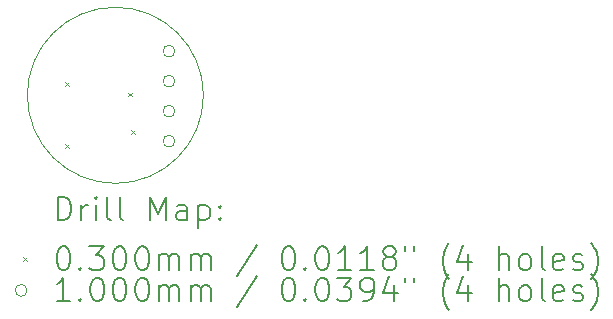
<source format=gbr>
%TF.GenerationSoftware,KiCad,Pcbnew,8.0.6*%
%TF.CreationDate,2025-06-24T12:05:54-05:00*%
%TF.ProjectId,FNIRsV1,464e4952-7356-4312-9e6b-696361645f70,rev?*%
%TF.SameCoordinates,Original*%
%TF.FileFunction,Drillmap*%
%TF.FilePolarity,Positive*%
%FSLAX45Y45*%
G04 Gerber Fmt 4.5, Leading zero omitted, Abs format (unit mm)*
G04 Created by KiCad (PCBNEW 8.0.6) date 2025-06-24 12:05:54*
%MOMM*%
%LPD*%
G01*
G04 APERTURE LIST*
%ADD10C,0.050000*%
%ADD11C,0.200000*%
%ADD12C,0.100000*%
G04 APERTURE END LIST*
D10*
X14352046Y-7867695D02*
G75*
G02*
X12861057Y-7867695I-745495J0D01*
G01*
X12861057Y-7867695D02*
G75*
G02*
X14352046Y-7867695I745495J0D01*
G01*
D11*
D12*
X13180148Y-8282008D02*
X13210148Y-8312008D01*
X13210148Y-8282008D02*
X13180148Y-8312008D01*
X13183148Y-7756394D02*
X13213148Y-7786394D01*
X13213148Y-7756394D02*
X13183148Y-7786394D01*
X13716871Y-7847536D02*
X13746871Y-7877536D01*
X13746871Y-7847536D02*
X13716871Y-7877536D01*
X13739715Y-8165038D02*
X13769715Y-8195038D01*
X13769715Y-8165038D02*
X13739715Y-8195038D01*
X14110254Y-7494321D02*
G75*
G02*
X14010254Y-7494321I-50000J0D01*
G01*
X14010254Y-7494321D02*
G75*
G02*
X14110254Y-7494321I50000J0D01*
G01*
X14110254Y-7748321D02*
G75*
G02*
X14010254Y-7748321I-50000J0D01*
G01*
X14010254Y-7748321D02*
G75*
G02*
X14110254Y-7748321I50000J0D01*
G01*
X14110254Y-8002321D02*
G75*
G02*
X14010254Y-8002321I-50000J0D01*
G01*
X14010254Y-8002321D02*
G75*
G02*
X14110254Y-8002321I50000J0D01*
G01*
X14110254Y-8256321D02*
G75*
G02*
X14010254Y-8256321I-50000J0D01*
G01*
X14010254Y-8256321D02*
G75*
G02*
X14110254Y-8256321I50000J0D01*
G01*
D11*
X13119333Y-8927174D02*
X13119333Y-8727174D01*
X13119333Y-8727174D02*
X13166952Y-8727174D01*
X13166952Y-8727174D02*
X13195524Y-8736698D01*
X13195524Y-8736698D02*
X13214572Y-8755745D01*
X13214572Y-8755745D02*
X13224095Y-8774793D01*
X13224095Y-8774793D02*
X13233619Y-8812888D01*
X13233619Y-8812888D02*
X13233619Y-8841460D01*
X13233619Y-8841460D02*
X13224095Y-8879555D01*
X13224095Y-8879555D02*
X13214572Y-8898602D01*
X13214572Y-8898602D02*
X13195524Y-8917650D01*
X13195524Y-8917650D02*
X13166952Y-8927174D01*
X13166952Y-8927174D02*
X13119333Y-8927174D01*
X13319333Y-8927174D02*
X13319333Y-8793841D01*
X13319333Y-8831936D02*
X13328857Y-8812888D01*
X13328857Y-8812888D02*
X13338381Y-8803364D01*
X13338381Y-8803364D02*
X13357429Y-8793841D01*
X13357429Y-8793841D02*
X13376476Y-8793841D01*
X13443143Y-8927174D02*
X13443143Y-8793841D01*
X13443143Y-8727174D02*
X13433619Y-8736698D01*
X13433619Y-8736698D02*
X13443143Y-8746222D01*
X13443143Y-8746222D02*
X13452667Y-8736698D01*
X13452667Y-8736698D02*
X13443143Y-8727174D01*
X13443143Y-8727174D02*
X13443143Y-8746222D01*
X13566952Y-8927174D02*
X13547905Y-8917650D01*
X13547905Y-8917650D02*
X13538381Y-8898602D01*
X13538381Y-8898602D02*
X13538381Y-8727174D01*
X13671714Y-8927174D02*
X13652667Y-8917650D01*
X13652667Y-8917650D02*
X13643143Y-8898602D01*
X13643143Y-8898602D02*
X13643143Y-8727174D01*
X13900286Y-8927174D02*
X13900286Y-8727174D01*
X13900286Y-8727174D02*
X13966953Y-8870031D01*
X13966953Y-8870031D02*
X14033619Y-8727174D01*
X14033619Y-8727174D02*
X14033619Y-8927174D01*
X14214572Y-8927174D02*
X14214572Y-8822412D01*
X14214572Y-8822412D02*
X14205048Y-8803364D01*
X14205048Y-8803364D02*
X14186000Y-8793841D01*
X14186000Y-8793841D02*
X14147905Y-8793841D01*
X14147905Y-8793841D02*
X14128857Y-8803364D01*
X14214572Y-8917650D02*
X14195524Y-8927174D01*
X14195524Y-8927174D02*
X14147905Y-8927174D01*
X14147905Y-8927174D02*
X14128857Y-8917650D01*
X14128857Y-8917650D02*
X14119333Y-8898602D01*
X14119333Y-8898602D02*
X14119333Y-8879555D01*
X14119333Y-8879555D02*
X14128857Y-8860507D01*
X14128857Y-8860507D02*
X14147905Y-8850983D01*
X14147905Y-8850983D02*
X14195524Y-8850983D01*
X14195524Y-8850983D02*
X14214572Y-8841460D01*
X14309810Y-8793841D02*
X14309810Y-8993841D01*
X14309810Y-8803364D02*
X14328857Y-8793841D01*
X14328857Y-8793841D02*
X14366953Y-8793841D01*
X14366953Y-8793841D02*
X14386000Y-8803364D01*
X14386000Y-8803364D02*
X14395524Y-8812888D01*
X14395524Y-8812888D02*
X14405048Y-8831936D01*
X14405048Y-8831936D02*
X14405048Y-8889079D01*
X14405048Y-8889079D02*
X14395524Y-8908126D01*
X14395524Y-8908126D02*
X14386000Y-8917650D01*
X14386000Y-8917650D02*
X14366953Y-8927174D01*
X14366953Y-8927174D02*
X14328857Y-8927174D01*
X14328857Y-8927174D02*
X14309810Y-8917650D01*
X14490762Y-8908126D02*
X14500286Y-8917650D01*
X14500286Y-8917650D02*
X14490762Y-8927174D01*
X14490762Y-8927174D02*
X14481238Y-8917650D01*
X14481238Y-8917650D02*
X14490762Y-8908126D01*
X14490762Y-8908126D02*
X14490762Y-8927174D01*
X14490762Y-8803364D02*
X14500286Y-8812888D01*
X14500286Y-8812888D02*
X14490762Y-8822412D01*
X14490762Y-8822412D02*
X14481238Y-8812888D01*
X14481238Y-8812888D02*
X14490762Y-8803364D01*
X14490762Y-8803364D02*
X14490762Y-8822412D01*
D12*
X12828557Y-9240690D02*
X12858557Y-9270690D01*
X12858557Y-9240690D02*
X12828557Y-9270690D01*
D11*
X13157429Y-9147174D02*
X13176476Y-9147174D01*
X13176476Y-9147174D02*
X13195524Y-9156698D01*
X13195524Y-9156698D02*
X13205048Y-9166222D01*
X13205048Y-9166222D02*
X13214572Y-9185269D01*
X13214572Y-9185269D02*
X13224095Y-9223364D01*
X13224095Y-9223364D02*
X13224095Y-9270983D01*
X13224095Y-9270983D02*
X13214572Y-9309079D01*
X13214572Y-9309079D02*
X13205048Y-9328126D01*
X13205048Y-9328126D02*
X13195524Y-9337650D01*
X13195524Y-9337650D02*
X13176476Y-9347174D01*
X13176476Y-9347174D02*
X13157429Y-9347174D01*
X13157429Y-9347174D02*
X13138381Y-9337650D01*
X13138381Y-9337650D02*
X13128857Y-9328126D01*
X13128857Y-9328126D02*
X13119333Y-9309079D01*
X13119333Y-9309079D02*
X13109810Y-9270983D01*
X13109810Y-9270983D02*
X13109810Y-9223364D01*
X13109810Y-9223364D02*
X13119333Y-9185269D01*
X13119333Y-9185269D02*
X13128857Y-9166222D01*
X13128857Y-9166222D02*
X13138381Y-9156698D01*
X13138381Y-9156698D02*
X13157429Y-9147174D01*
X13309810Y-9328126D02*
X13319333Y-9337650D01*
X13319333Y-9337650D02*
X13309810Y-9347174D01*
X13309810Y-9347174D02*
X13300286Y-9337650D01*
X13300286Y-9337650D02*
X13309810Y-9328126D01*
X13309810Y-9328126D02*
X13309810Y-9347174D01*
X13386000Y-9147174D02*
X13509810Y-9147174D01*
X13509810Y-9147174D02*
X13443143Y-9223364D01*
X13443143Y-9223364D02*
X13471714Y-9223364D01*
X13471714Y-9223364D02*
X13490762Y-9232888D01*
X13490762Y-9232888D02*
X13500286Y-9242412D01*
X13500286Y-9242412D02*
X13509810Y-9261460D01*
X13509810Y-9261460D02*
X13509810Y-9309079D01*
X13509810Y-9309079D02*
X13500286Y-9328126D01*
X13500286Y-9328126D02*
X13490762Y-9337650D01*
X13490762Y-9337650D02*
X13471714Y-9347174D01*
X13471714Y-9347174D02*
X13414572Y-9347174D01*
X13414572Y-9347174D02*
X13395524Y-9337650D01*
X13395524Y-9337650D02*
X13386000Y-9328126D01*
X13633619Y-9147174D02*
X13652667Y-9147174D01*
X13652667Y-9147174D02*
X13671714Y-9156698D01*
X13671714Y-9156698D02*
X13681238Y-9166222D01*
X13681238Y-9166222D02*
X13690762Y-9185269D01*
X13690762Y-9185269D02*
X13700286Y-9223364D01*
X13700286Y-9223364D02*
X13700286Y-9270983D01*
X13700286Y-9270983D02*
X13690762Y-9309079D01*
X13690762Y-9309079D02*
X13681238Y-9328126D01*
X13681238Y-9328126D02*
X13671714Y-9337650D01*
X13671714Y-9337650D02*
X13652667Y-9347174D01*
X13652667Y-9347174D02*
X13633619Y-9347174D01*
X13633619Y-9347174D02*
X13614572Y-9337650D01*
X13614572Y-9337650D02*
X13605048Y-9328126D01*
X13605048Y-9328126D02*
X13595524Y-9309079D01*
X13595524Y-9309079D02*
X13586000Y-9270983D01*
X13586000Y-9270983D02*
X13586000Y-9223364D01*
X13586000Y-9223364D02*
X13595524Y-9185269D01*
X13595524Y-9185269D02*
X13605048Y-9166222D01*
X13605048Y-9166222D02*
X13614572Y-9156698D01*
X13614572Y-9156698D02*
X13633619Y-9147174D01*
X13824095Y-9147174D02*
X13843143Y-9147174D01*
X13843143Y-9147174D02*
X13862191Y-9156698D01*
X13862191Y-9156698D02*
X13871714Y-9166222D01*
X13871714Y-9166222D02*
X13881238Y-9185269D01*
X13881238Y-9185269D02*
X13890762Y-9223364D01*
X13890762Y-9223364D02*
X13890762Y-9270983D01*
X13890762Y-9270983D02*
X13881238Y-9309079D01*
X13881238Y-9309079D02*
X13871714Y-9328126D01*
X13871714Y-9328126D02*
X13862191Y-9337650D01*
X13862191Y-9337650D02*
X13843143Y-9347174D01*
X13843143Y-9347174D02*
X13824095Y-9347174D01*
X13824095Y-9347174D02*
X13805048Y-9337650D01*
X13805048Y-9337650D02*
X13795524Y-9328126D01*
X13795524Y-9328126D02*
X13786000Y-9309079D01*
X13786000Y-9309079D02*
X13776476Y-9270983D01*
X13776476Y-9270983D02*
X13776476Y-9223364D01*
X13776476Y-9223364D02*
X13786000Y-9185269D01*
X13786000Y-9185269D02*
X13795524Y-9166222D01*
X13795524Y-9166222D02*
X13805048Y-9156698D01*
X13805048Y-9156698D02*
X13824095Y-9147174D01*
X13976476Y-9347174D02*
X13976476Y-9213841D01*
X13976476Y-9232888D02*
X13986000Y-9223364D01*
X13986000Y-9223364D02*
X14005048Y-9213841D01*
X14005048Y-9213841D02*
X14033619Y-9213841D01*
X14033619Y-9213841D02*
X14052667Y-9223364D01*
X14052667Y-9223364D02*
X14062191Y-9242412D01*
X14062191Y-9242412D02*
X14062191Y-9347174D01*
X14062191Y-9242412D02*
X14071714Y-9223364D01*
X14071714Y-9223364D02*
X14090762Y-9213841D01*
X14090762Y-9213841D02*
X14119333Y-9213841D01*
X14119333Y-9213841D02*
X14138381Y-9223364D01*
X14138381Y-9223364D02*
X14147905Y-9242412D01*
X14147905Y-9242412D02*
X14147905Y-9347174D01*
X14243143Y-9347174D02*
X14243143Y-9213841D01*
X14243143Y-9232888D02*
X14252667Y-9223364D01*
X14252667Y-9223364D02*
X14271714Y-9213841D01*
X14271714Y-9213841D02*
X14300286Y-9213841D01*
X14300286Y-9213841D02*
X14319334Y-9223364D01*
X14319334Y-9223364D02*
X14328857Y-9242412D01*
X14328857Y-9242412D02*
X14328857Y-9347174D01*
X14328857Y-9242412D02*
X14338381Y-9223364D01*
X14338381Y-9223364D02*
X14357429Y-9213841D01*
X14357429Y-9213841D02*
X14386000Y-9213841D01*
X14386000Y-9213841D02*
X14405048Y-9223364D01*
X14405048Y-9223364D02*
X14414572Y-9242412D01*
X14414572Y-9242412D02*
X14414572Y-9347174D01*
X14805048Y-9137650D02*
X14633619Y-9394793D01*
X15062191Y-9147174D02*
X15081238Y-9147174D01*
X15081238Y-9147174D02*
X15100286Y-9156698D01*
X15100286Y-9156698D02*
X15109810Y-9166222D01*
X15109810Y-9166222D02*
X15119334Y-9185269D01*
X15119334Y-9185269D02*
X15128857Y-9223364D01*
X15128857Y-9223364D02*
X15128857Y-9270983D01*
X15128857Y-9270983D02*
X15119334Y-9309079D01*
X15119334Y-9309079D02*
X15109810Y-9328126D01*
X15109810Y-9328126D02*
X15100286Y-9337650D01*
X15100286Y-9337650D02*
X15081238Y-9347174D01*
X15081238Y-9347174D02*
X15062191Y-9347174D01*
X15062191Y-9347174D02*
X15043143Y-9337650D01*
X15043143Y-9337650D02*
X15033619Y-9328126D01*
X15033619Y-9328126D02*
X15024096Y-9309079D01*
X15024096Y-9309079D02*
X15014572Y-9270983D01*
X15014572Y-9270983D02*
X15014572Y-9223364D01*
X15014572Y-9223364D02*
X15024096Y-9185269D01*
X15024096Y-9185269D02*
X15033619Y-9166222D01*
X15033619Y-9166222D02*
X15043143Y-9156698D01*
X15043143Y-9156698D02*
X15062191Y-9147174D01*
X15214572Y-9328126D02*
X15224096Y-9337650D01*
X15224096Y-9337650D02*
X15214572Y-9347174D01*
X15214572Y-9347174D02*
X15205048Y-9337650D01*
X15205048Y-9337650D02*
X15214572Y-9328126D01*
X15214572Y-9328126D02*
X15214572Y-9347174D01*
X15347905Y-9147174D02*
X15366953Y-9147174D01*
X15366953Y-9147174D02*
X15386000Y-9156698D01*
X15386000Y-9156698D02*
X15395524Y-9166222D01*
X15395524Y-9166222D02*
X15405048Y-9185269D01*
X15405048Y-9185269D02*
X15414572Y-9223364D01*
X15414572Y-9223364D02*
X15414572Y-9270983D01*
X15414572Y-9270983D02*
X15405048Y-9309079D01*
X15405048Y-9309079D02*
X15395524Y-9328126D01*
X15395524Y-9328126D02*
X15386000Y-9337650D01*
X15386000Y-9337650D02*
X15366953Y-9347174D01*
X15366953Y-9347174D02*
X15347905Y-9347174D01*
X15347905Y-9347174D02*
X15328857Y-9337650D01*
X15328857Y-9337650D02*
X15319334Y-9328126D01*
X15319334Y-9328126D02*
X15309810Y-9309079D01*
X15309810Y-9309079D02*
X15300286Y-9270983D01*
X15300286Y-9270983D02*
X15300286Y-9223364D01*
X15300286Y-9223364D02*
X15309810Y-9185269D01*
X15309810Y-9185269D02*
X15319334Y-9166222D01*
X15319334Y-9166222D02*
X15328857Y-9156698D01*
X15328857Y-9156698D02*
X15347905Y-9147174D01*
X15605048Y-9347174D02*
X15490762Y-9347174D01*
X15547905Y-9347174D02*
X15547905Y-9147174D01*
X15547905Y-9147174D02*
X15528857Y-9175745D01*
X15528857Y-9175745D02*
X15509810Y-9194793D01*
X15509810Y-9194793D02*
X15490762Y-9204317D01*
X15795524Y-9347174D02*
X15681238Y-9347174D01*
X15738381Y-9347174D02*
X15738381Y-9147174D01*
X15738381Y-9147174D02*
X15719334Y-9175745D01*
X15719334Y-9175745D02*
X15700286Y-9194793D01*
X15700286Y-9194793D02*
X15681238Y-9204317D01*
X15909810Y-9232888D02*
X15890762Y-9223364D01*
X15890762Y-9223364D02*
X15881238Y-9213841D01*
X15881238Y-9213841D02*
X15871715Y-9194793D01*
X15871715Y-9194793D02*
X15871715Y-9185269D01*
X15871715Y-9185269D02*
X15881238Y-9166222D01*
X15881238Y-9166222D02*
X15890762Y-9156698D01*
X15890762Y-9156698D02*
X15909810Y-9147174D01*
X15909810Y-9147174D02*
X15947905Y-9147174D01*
X15947905Y-9147174D02*
X15966953Y-9156698D01*
X15966953Y-9156698D02*
X15976477Y-9166222D01*
X15976477Y-9166222D02*
X15986000Y-9185269D01*
X15986000Y-9185269D02*
X15986000Y-9194793D01*
X15986000Y-9194793D02*
X15976477Y-9213841D01*
X15976477Y-9213841D02*
X15966953Y-9223364D01*
X15966953Y-9223364D02*
X15947905Y-9232888D01*
X15947905Y-9232888D02*
X15909810Y-9232888D01*
X15909810Y-9232888D02*
X15890762Y-9242412D01*
X15890762Y-9242412D02*
X15881238Y-9251936D01*
X15881238Y-9251936D02*
X15871715Y-9270983D01*
X15871715Y-9270983D02*
X15871715Y-9309079D01*
X15871715Y-9309079D02*
X15881238Y-9328126D01*
X15881238Y-9328126D02*
X15890762Y-9337650D01*
X15890762Y-9337650D02*
X15909810Y-9347174D01*
X15909810Y-9347174D02*
X15947905Y-9347174D01*
X15947905Y-9347174D02*
X15966953Y-9337650D01*
X15966953Y-9337650D02*
X15976477Y-9328126D01*
X15976477Y-9328126D02*
X15986000Y-9309079D01*
X15986000Y-9309079D02*
X15986000Y-9270983D01*
X15986000Y-9270983D02*
X15976477Y-9251936D01*
X15976477Y-9251936D02*
X15966953Y-9242412D01*
X15966953Y-9242412D02*
X15947905Y-9232888D01*
X16062191Y-9147174D02*
X16062191Y-9185269D01*
X16138381Y-9147174D02*
X16138381Y-9185269D01*
X16433620Y-9423364D02*
X16424096Y-9413841D01*
X16424096Y-9413841D02*
X16405048Y-9385269D01*
X16405048Y-9385269D02*
X16395524Y-9366222D01*
X16395524Y-9366222D02*
X16386000Y-9337650D01*
X16386000Y-9337650D02*
X16376477Y-9290031D01*
X16376477Y-9290031D02*
X16376477Y-9251936D01*
X16376477Y-9251936D02*
X16386000Y-9204317D01*
X16386000Y-9204317D02*
X16395524Y-9175745D01*
X16395524Y-9175745D02*
X16405048Y-9156698D01*
X16405048Y-9156698D02*
X16424096Y-9128126D01*
X16424096Y-9128126D02*
X16433620Y-9118602D01*
X16595524Y-9213841D02*
X16595524Y-9347174D01*
X16547905Y-9137650D02*
X16500286Y-9280507D01*
X16500286Y-9280507D02*
X16624096Y-9280507D01*
X16852667Y-9347174D02*
X16852667Y-9147174D01*
X16938382Y-9347174D02*
X16938382Y-9242412D01*
X16938382Y-9242412D02*
X16928858Y-9223364D01*
X16928858Y-9223364D02*
X16909810Y-9213841D01*
X16909810Y-9213841D02*
X16881239Y-9213841D01*
X16881239Y-9213841D02*
X16862191Y-9223364D01*
X16862191Y-9223364D02*
X16852667Y-9232888D01*
X17062191Y-9347174D02*
X17043143Y-9337650D01*
X17043143Y-9337650D02*
X17033620Y-9328126D01*
X17033620Y-9328126D02*
X17024096Y-9309079D01*
X17024096Y-9309079D02*
X17024096Y-9251936D01*
X17024096Y-9251936D02*
X17033620Y-9232888D01*
X17033620Y-9232888D02*
X17043143Y-9223364D01*
X17043143Y-9223364D02*
X17062191Y-9213841D01*
X17062191Y-9213841D02*
X17090763Y-9213841D01*
X17090763Y-9213841D02*
X17109810Y-9223364D01*
X17109810Y-9223364D02*
X17119334Y-9232888D01*
X17119334Y-9232888D02*
X17128858Y-9251936D01*
X17128858Y-9251936D02*
X17128858Y-9309079D01*
X17128858Y-9309079D02*
X17119334Y-9328126D01*
X17119334Y-9328126D02*
X17109810Y-9337650D01*
X17109810Y-9337650D02*
X17090763Y-9347174D01*
X17090763Y-9347174D02*
X17062191Y-9347174D01*
X17243143Y-9347174D02*
X17224096Y-9337650D01*
X17224096Y-9337650D02*
X17214572Y-9318602D01*
X17214572Y-9318602D02*
X17214572Y-9147174D01*
X17395524Y-9337650D02*
X17376477Y-9347174D01*
X17376477Y-9347174D02*
X17338382Y-9347174D01*
X17338382Y-9347174D02*
X17319334Y-9337650D01*
X17319334Y-9337650D02*
X17309810Y-9318602D01*
X17309810Y-9318602D02*
X17309810Y-9242412D01*
X17309810Y-9242412D02*
X17319334Y-9223364D01*
X17319334Y-9223364D02*
X17338382Y-9213841D01*
X17338382Y-9213841D02*
X17376477Y-9213841D01*
X17376477Y-9213841D02*
X17395524Y-9223364D01*
X17395524Y-9223364D02*
X17405048Y-9242412D01*
X17405048Y-9242412D02*
X17405048Y-9261460D01*
X17405048Y-9261460D02*
X17309810Y-9280507D01*
X17481239Y-9337650D02*
X17500286Y-9347174D01*
X17500286Y-9347174D02*
X17538382Y-9347174D01*
X17538382Y-9347174D02*
X17557429Y-9337650D01*
X17557429Y-9337650D02*
X17566953Y-9318602D01*
X17566953Y-9318602D02*
X17566953Y-9309079D01*
X17566953Y-9309079D02*
X17557429Y-9290031D01*
X17557429Y-9290031D02*
X17538382Y-9280507D01*
X17538382Y-9280507D02*
X17509810Y-9280507D01*
X17509810Y-9280507D02*
X17490763Y-9270983D01*
X17490763Y-9270983D02*
X17481239Y-9251936D01*
X17481239Y-9251936D02*
X17481239Y-9242412D01*
X17481239Y-9242412D02*
X17490763Y-9223364D01*
X17490763Y-9223364D02*
X17509810Y-9213841D01*
X17509810Y-9213841D02*
X17538382Y-9213841D01*
X17538382Y-9213841D02*
X17557429Y-9223364D01*
X17633620Y-9423364D02*
X17643144Y-9413841D01*
X17643144Y-9413841D02*
X17662191Y-9385269D01*
X17662191Y-9385269D02*
X17671715Y-9366222D01*
X17671715Y-9366222D02*
X17681239Y-9337650D01*
X17681239Y-9337650D02*
X17690763Y-9290031D01*
X17690763Y-9290031D02*
X17690763Y-9251936D01*
X17690763Y-9251936D02*
X17681239Y-9204317D01*
X17681239Y-9204317D02*
X17671715Y-9175745D01*
X17671715Y-9175745D02*
X17662191Y-9156698D01*
X17662191Y-9156698D02*
X17643144Y-9128126D01*
X17643144Y-9128126D02*
X17633620Y-9118602D01*
D12*
X12858557Y-9519690D02*
G75*
G02*
X12758557Y-9519690I-50000J0D01*
G01*
X12758557Y-9519690D02*
G75*
G02*
X12858557Y-9519690I50000J0D01*
G01*
D11*
X13224095Y-9611174D02*
X13109810Y-9611174D01*
X13166952Y-9611174D02*
X13166952Y-9411174D01*
X13166952Y-9411174D02*
X13147905Y-9439745D01*
X13147905Y-9439745D02*
X13128857Y-9458793D01*
X13128857Y-9458793D02*
X13109810Y-9468317D01*
X13309810Y-9592126D02*
X13319333Y-9601650D01*
X13319333Y-9601650D02*
X13309810Y-9611174D01*
X13309810Y-9611174D02*
X13300286Y-9601650D01*
X13300286Y-9601650D02*
X13309810Y-9592126D01*
X13309810Y-9592126D02*
X13309810Y-9611174D01*
X13443143Y-9411174D02*
X13462191Y-9411174D01*
X13462191Y-9411174D02*
X13481238Y-9420698D01*
X13481238Y-9420698D02*
X13490762Y-9430222D01*
X13490762Y-9430222D02*
X13500286Y-9449269D01*
X13500286Y-9449269D02*
X13509810Y-9487364D01*
X13509810Y-9487364D02*
X13509810Y-9534983D01*
X13509810Y-9534983D02*
X13500286Y-9573079D01*
X13500286Y-9573079D02*
X13490762Y-9592126D01*
X13490762Y-9592126D02*
X13481238Y-9601650D01*
X13481238Y-9601650D02*
X13462191Y-9611174D01*
X13462191Y-9611174D02*
X13443143Y-9611174D01*
X13443143Y-9611174D02*
X13424095Y-9601650D01*
X13424095Y-9601650D02*
X13414572Y-9592126D01*
X13414572Y-9592126D02*
X13405048Y-9573079D01*
X13405048Y-9573079D02*
X13395524Y-9534983D01*
X13395524Y-9534983D02*
X13395524Y-9487364D01*
X13395524Y-9487364D02*
X13405048Y-9449269D01*
X13405048Y-9449269D02*
X13414572Y-9430222D01*
X13414572Y-9430222D02*
X13424095Y-9420698D01*
X13424095Y-9420698D02*
X13443143Y-9411174D01*
X13633619Y-9411174D02*
X13652667Y-9411174D01*
X13652667Y-9411174D02*
X13671714Y-9420698D01*
X13671714Y-9420698D02*
X13681238Y-9430222D01*
X13681238Y-9430222D02*
X13690762Y-9449269D01*
X13690762Y-9449269D02*
X13700286Y-9487364D01*
X13700286Y-9487364D02*
X13700286Y-9534983D01*
X13700286Y-9534983D02*
X13690762Y-9573079D01*
X13690762Y-9573079D02*
X13681238Y-9592126D01*
X13681238Y-9592126D02*
X13671714Y-9601650D01*
X13671714Y-9601650D02*
X13652667Y-9611174D01*
X13652667Y-9611174D02*
X13633619Y-9611174D01*
X13633619Y-9611174D02*
X13614572Y-9601650D01*
X13614572Y-9601650D02*
X13605048Y-9592126D01*
X13605048Y-9592126D02*
X13595524Y-9573079D01*
X13595524Y-9573079D02*
X13586000Y-9534983D01*
X13586000Y-9534983D02*
X13586000Y-9487364D01*
X13586000Y-9487364D02*
X13595524Y-9449269D01*
X13595524Y-9449269D02*
X13605048Y-9430222D01*
X13605048Y-9430222D02*
X13614572Y-9420698D01*
X13614572Y-9420698D02*
X13633619Y-9411174D01*
X13824095Y-9411174D02*
X13843143Y-9411174D01*
X13843143Y-9411174D02*
X13862191Y-9420698D01*
X13862191Y-9420698D02*
X13871714Y-9430222D01*
X13871714Y-9430222D02*
X13881238Y-9449269D01*
X13881238Y-9449269D02*
X13890762Y-9487364D01*
X13890762Y-9487364D02*
X13890762Y-9534983D01*
X13890762Y-9534983D02*
X13881238Y-9573079D01*
X13881238Y-9573079D02*
X13871714Y-9592126D01*
X13871714Y-9592126D02*
X13862191Y-9601650D01*
X13862191Y-9601650D02*
X13843143Y-9611174D01*
X13843143Y-9611174D02*
X13824095Y-9611174D01*
X13824095Y-9611174D02*
X13805048Y-9601650D01*
X13805048Y-9601650D02*
X13795524Y-9592126D01*
X13795524Y-9592126D02*
X13786000Y-9573079D01*
X13786000Y-9573079D02*
X13776476Y-9534983D01*
X13776476Y-9534983D02*
X13776476Y-9487364D01*
X13776476Y-9487364D02*
X13786000Y-9449269D01*
X13786000Y-9449269D02*
X13795524Y-9430222D01*
X13795524Y-9430222D02*
X13805048Y-9420698D01*
X13805048Y-9420698D02*
X13824095Y-9411174D01*
X13976476Y-9611174D02*
X13976476Y-9477841D01*
X13976476Y-9496888D02*
X13986000Y-9487364D01*
X13986000Y-9487364D02*
X14005048Y-9477841D01*
X14005048Y-9477841D02*
X14033619Y-9477841D01*
X14033619Y-9477841D02*
X14052667Y-9487364D01*
X14052667Y-9487364D02*
X14062191Y-9506412D01*
X14062191Y-9506412D02*
X14062191Y-9611174D01*
X14062191Y-9506412D02*
X14071714Y-9487364D01*
X14071714Y-9487364D02*
X14090762Y-9477841D01*
X14090762Y-9477841D02*
X14119333Y-9477841D01*
X14119333Y-9477841D02*
X14138381Y-9487364D01*
X14138381Y-9487364D02*
X14147905Y-9506412D01*
X14147905Y-9506412D02*
X14147905Y-9611174D01*
X14243143Y-9611174D02*
X14243143Y-9477841D01*
X14243143Y-9496888D02*
X14252667Y-9487364D01*
X14252667Y-9487364D02*
X14271714Y-9477841D01*
X14271714Y-9477841D02*
X14300286Y-9477841D01*
X14300286Y-9477841D02*
X14319334Y-9487364D01*
X14319334Y-9487364D02*
X14328857Y-9506412D01*
X14328857Y-9506412D02*
X14328857Y-9611174D01*
X14328857Y-9506412D02*
X14338381Y-9487364D01*
X14338381Y-9487364D02*
X14357429Y-9477841D01*
X14357429Y-9477841D02*
X14386000Y-9477841D01*
X14386000Y-9477841D02*
X14405048Y-9487364D01*
X14405048Y-9487364D02*
X14414572Y-9506412D01*
X14414572Y-9506412D02*
X14414572Y-9611174D01*
X14805048Y-9401650D02*
X14633619Y-9658793D01*
X15062191Y-9411174D02*
X15081238Y-9411174D01*
X15081238Y-9411174D02*
X15100286Y-9420698D01*
X15100286Y-9420698D02*
X15109810Y-9430222D01*
X15109810Y-9430222D02*
X15119334Y-9449269D01*
X15119334Y-9449269D02*
X15128857Y-9487364D01*
X15128857Y-9487364D02*
X15128857Y-9534983D01*
X15128857Y-9534983D02*
X15119334Y-9573079D01*
X15119334Y-9573079D02*
X15109810Y-9592126D01*
X15109810Y-9592126D02*
X15100286Y-9601650D01*
X15100286Y-9601650D02*
X15081238Y-9611174D01*
X15081238Y-9611174D02*
X15062191Y-9611174D01*
X15062191Y-9611174D02*
X15043143Y-9601650D01*
X15043143Y-9601650D02*
X15033619Y-9592126D01*
X15033619Y-9592126D02*
X15024096Y-9573079D01*
X15024096Y-9573079D02*
X15014572Y-9534983D01*
X15014572Y-9534983D02*
X15014572Y-9487364D01*
X15014572Y-9487364D02*
X15024096Y-9449269D01*
X15024096Y-9449269D02*
X15033619Y-9430222D01*
X15033619Y-9430222D02*
X15043143Y-9420698D01*
X15043143Y-9420698D02*
X15062191Y-9411174D01*
X15214572Y-9592126D02*
X15224096Y-9601650D01*
X15224096Y-9601650D02*
X15214572Y-9611174D01*
X15214572Y-9611174D02*
X15205048Y-9601650D01*
X15205048Y-9601650D02*
X15214572Y-9592126D01*
X15214572Y-9592126D02*
X15214572Y-9611174D01*
X15347905Y-9411174D02*
X15366953Y-9411174D01*
X15366953Y-9411174D02*
X15386000Y-9420698D01*
X15386000Y-9420698D02*
X15395524Y-9430222D01*
X15395524Y-9430222D02*
X15405048Y-9449269D01*
X15405048Y-9449269D02*
X15414572Y-9487364D01*
X15414572Y-9487364D02*
X15414572Y-9534983D01*
X15414572Y-9534983D02*
X15405048Y-9573079D01*
X15405048Y-9573079D02*
X15395524Y-9592126D01*
X15395524Y-9592126D02*
X15386000Y-9601650D01*
X15386000Y-9601650D02*
X15366953Y-9611174D01*
X15366953Y-9611174D02*
X15347905Y-9611174D01*
X15347905Y-9611174D02*
X15328857Y-9601650D01*
X15328857Y-9601650D02*
X15319334Y-9592126D01*
X15319334Y-9592126D02*
X15309810Y-9573079D01*
X15309810Y-9573079D02*
X15300286Y-9534983D01*
X15300286Y-9534983D02*
X15300286Y-9487364D01*
X15300286Y-9487364D02*
X15309810Y-9449269D01*
X15309810Y-9449269D02*
X15319334Y-9430222D01*
X15319334Y-9430222D02*
X15328857Y-9420698D01*
X15328857Y-9420698D02*
X15347905Y-9411174D01*
X15481238Y-9411174D02*
X15605048Y-9411174D01*
X15605048Y-9411174D02*
X15538381Y-9487364D01*
X15538381Y-9487364D02*
X15566953Y-9487364D01*
X15566953Y-9487364D02*
X15586000Y-9496888D01*
X15586000Y-9496888D02*
X15595524Y-9506412D01*
X15595524Y-9506412D02*
X15605048Y-9525460D01*
X15605048Y-9525460D02*
X15605048Y-9573079D01*
X15605048Y-9573079D02*
X15595524Y-9592126D01*
X15595524Y-9592126D02*
X15586000Y-9601650D01*
X15586000Y-9601650D02*
X15566953Y-9611174D01*
X15566953Y-9611174D02*
X15509810Y-9611174D01*
X15509810Y-9611174D02*
X15490762Y-9601650D01*
X15490762Y-9601650D02*
X15481238Y-9592126D01*
X15700286Y-9611174D02*
X15738381Y-9611174D01*
X15738381Y-9611174D02*
X15757429Y-9601650D01*
X15757429Y-9601650D02*
X15766953Y-9592126D01*
X15766953Y-9592126D02*
X15786000Y-9563555D01*
X15786000Y-9563555D02*
X15795524Y-9525460D01*
X15795524Y-9525460D02*
X15795524Y-9449269D01*
X15795524Y-9449269D02*
X15786000Y-9430222D01*
X15786000Y-9430222D02*
X15776477Y-9420698D01*
X15776477Y-9420698D02*
X15757429Y-9411174D01*
X15757429Y-9411174D02*
X15719334Y-9411174D01*
X15719334Y-9411174D02*
X15700286Y-9420698D01*
X15700286Y-9420698D02*
X15690762Y-9430222D01*
X15690762Y-9430222D02*
X15681238Y-9449269D01*
X15681238Y-9449269D02*
X15681238Y-9496888D01*
X15681238Y-9496888D02*
X15690762Y-9515936D01*
X15690762Y-9515936D02*
X15700286Y-9525460D01*
X15700286Y-9525460D02*
X15719334Y-9534983D01*
X15719334Y-9534983D02*
X15757429Y-9534983D01*
X15757429Y-9534983D02*
X15776477Y-9525460D01*
X15776477Y-9525460D02*
X15786000Y-9515936D01*
X15786000Y-9515936D02*
X15795524Y-9496888D01*
X15966953Y-9477841D02*
X15966953Y-9611174D01*
X15919334Y-9401650D02*
X15871715Y-9544507D01*
X15871715Y-9544507D02*
X15995524Y-9544507D01*
X16062191Y-9411174D02*
X16062191Y-9449269D01*
X16138381Y-9411174D02*
X16138381Y-9449269D01*
X16433620Y-9687364D02*
X16424096Y-9677841D01*
X16424096Y-9677841D02*
X16405048Y-9649269D01*
X16405048Y-9649269D02*
X16395524Y-9630222D01*
X16395524Y-9630222D02*
X16386000Y-9601650D01*
X16386000Y-9601650D02*
X16376477Y-9554031D01*
X16376477Y-9554031D02*
X16376477Y-9515936D01*
X16376477Y-9515936D02*
X16386000Y-9468317D01*
X16386000Y-9468317D02*
X16395524Y-9439745D01*
X16395524Y-9439745D02*
X16405048Y-9420698D01*
X16405048Y-9420698D02*
X16424096Y-9392126D01*
X16424096Y-9392126D02*
X16433620Y-9382602D01*
X16595524Y-9477841D02*
X16595524Y-9611174D01*
X16547905Y-9401650D02*
X16500286Y-9544507D01*
X16500286Y-9544507D02*
X16624096Y-9544507D01*
X16852667Y-9611174D02*
X16852667Y-9411174D01*
X16938382Y-9611174D02*
X16938382Y-9506412D01*
X16938382Y-9506412D02*
X16928858Y-9487364D01*
X16928858Y-9487364D02*
X16909810Y-9477841D01*
X16909810Y-9477841D02*
X16881239Y-9477841D01*
X16881239Y-9477841D02*
X16862191Y-9487364D01*
X16862191Y-9487364D02*
X16852667Y-9496888D01*
X17062191Y-9611174D02*
X17043143Y-9601650D01*
X17043143Y-9601650D02*
X17033620Y-9592126D01*
X17033620Y-9592126D02*
X17024096Y-9573079D01*
X17024096Y-9573079D02*
X17024096Y-9515936D01*
X17024096Y-9515936D02*
X17033620Y-9496888D01*
X17033620Y-9496888D02*
X17043143Y-9487364D01*
X17043143Y-9487364D02*
X17062191Y-9477841D01*
X17062191Y-9477841D02*
X17090763Y-9477841D01*
X17090763Y-9477841D02*
X17109810Y-9487364D01*
X17109810Y-9487364D02*
X17119334Y-9496888D01*
X17119334Y-9496888D02*
X17128858Y-9515936D01*
X17128858Y-9515936D02*
X17128858Y-9573079D01*
X17128858Y-9573079D02*
X17119334Y-9592126D01*
X17119334Y-9592126D02*
X17109810Y-9601650D01*
X17109810Y-9601650D02*
X17090763Y-9611174D01*
X17090763Y-9611174D02*
X17062191Y-9611174D01*
X17243143Y-9611174D02*
X17224096Y-9601650D01*
X17224096Y-9601650D02*
X17214572Y-9582602D01*
X17214572Y-9582602D02*
X17214572Y-9411174D01*
X17395524Y-9601650D02*
X17376477Y-9611174D01*
X17376477Y-9611174D02*
X17338382Y-9611174D01*
X17338382Y-9611174D02*
X17319334Y-9601650D01*
X17319334Y-9601650D02*
X17309810Y-9582602D01*
X17309810Y-9582602D02*
X17309810Y-9506412D01*
X17309810Y-9506412D02*
X17319334Y-9487364D01*
X17319334Y-9487364D02*
X17338382Y-9477841D01*
X17338382Y-9477841D02*
X17376477Y-9477841D01*
X17376477Y-9477841D02*
X17395524Y-9487364D01*
X17395524Y-9487364D02*
X17405048Y-9506412D01*
X17405048Y-9506412D02*
X17405048Y-9525460D01*
X17405048Y-9525460D02*
X17309810Y-9544507D01*
X17481239Y-9601650D02*
X17500286Y-9611174D01*
X17500286Y-9611174D02*
X17538382Y-9611174D01*
X17538382Y-9611174D02*
X17557429Y-9601650D01*
X17557429Y-9601650D02*
X17566953Y-9582602D01*
X17566953Y-9582602D02*
X17566953Y-9573079D01*
X17566953Y-9573079D02*
X17557429Y-9554031D01*
X17557429Y-9554031D02*
X17538382Y-9544507D01*
X17538382Y-9544507D02*
X17509810Y-9544507D01*
X17509810Y-9544507D02*
X17490763Y-9534983D01*
X17490763Y-9534983D02*
X17481239Y-9515936D01*
X17481239Y-9515936D02*
X17481239Y-9506412D01*
X17481239Y-9506412D02*
X17490763Y-9487364D01*
X17490763Y-9487364D02*
X17509810Y-9477841D01*
X17509810Y-9477841D02*
X17538382Y-9477841D01*
X17538382Y-9477841D02*
X17557429Y-9487364D01*
X17633620Y-9687364D02*
X17643144Y-9677841D01*
X17643144Y-9677841D02*
X17662191Y-9649269D01*
X17662191Y-9649269D02*
X17671715Y-9630222D01*
X17671715Y-9630222D02*
X17681239Y-9601650D01*
X17681239Y-9601650D02*
X17690763Y-9554031D01*
X17690763Y-9554031D02*
X17690763Y-9515936D01*
X17690763Y-9515936D02*
X17681239Y-9468317D01*
X17681239Y-9468317D02*
X17671715Y-9439745D01*
X17671715Y-9439745D02*
X17662191Y-9420698D01*
X17662191Y-9420698D02*
X17643144Y-9392126D01*
X17643144Y-9392126D02*
X17633620Y-9382602D01*
M02*

</source>
